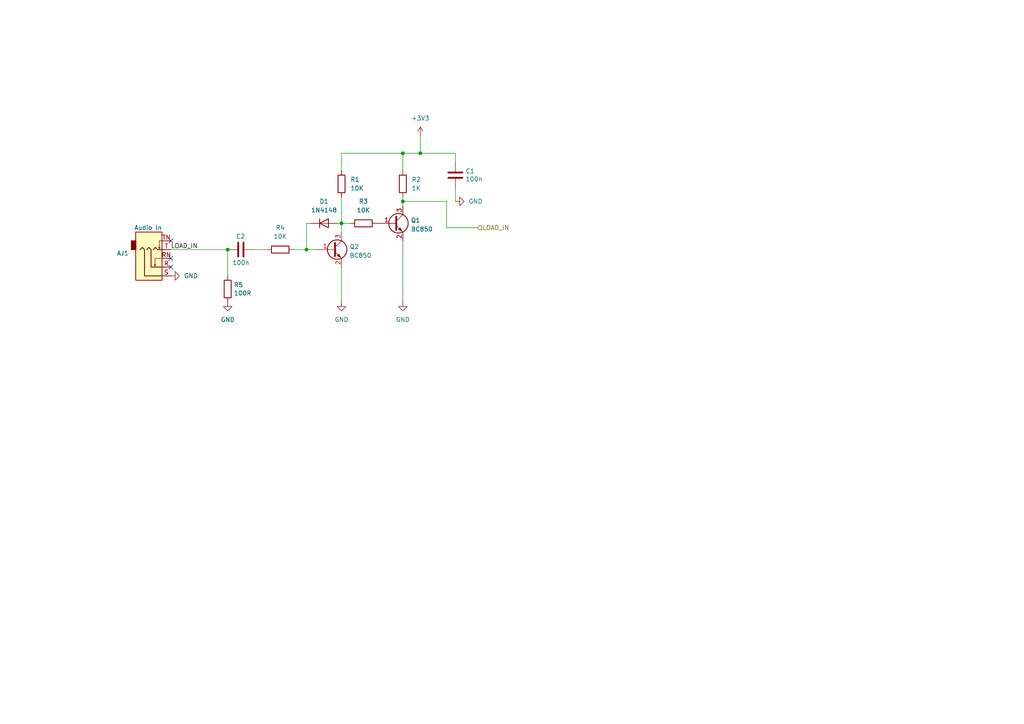
<source format=kicad_sch>
(kicad_sch (version 20231120) (generator "eeschema") (generator_version "8.0")
  (paper "A4")
  (title_block (title "Valera-2350A") (date "2025-01-30") (rev "1.0") (company "Mikhail Matveev") (comment 1 "https://github.com/xtremespb/frank"))
  (lib_symbols
    (symbol "Device:C" (pin_numbers hide) (pin_names (offset 0.254))
      (property "Reference" "C" (at 0.635 2.54 0))
      (property "Value" "C" (at 0.635 -2.54 0))
      (symbol "C_0_1"
        (polyline (pts (xy -2.032 -0.762) (xy 2.032 -0.762)) (stroke (width 0.508)))
        (polyline (pts (xy -2.032 0.762) (xy 2.032 0.762)) (stroke (width 0.508)))
      )
      (symbol "C_1_1"
        (pin passive line (at 0 3.81 270) (length 2.794) (name "~") (number "1"))
        (pin passive line (at 0 -3.81 90) (length 2.794) (name "~") (number "2"))
      )
    )
    (symbol "Device:D" (pin_numbers hide) (pin_names (offset 1.016) hide)
      (property "Reference" "D" (at 0 2.54 0))
      (property "Value" "D" (at 0 -2.54 0))
      (symbol "D_0_1"
        (polyline (pts (xy -1.27 1.27) (xy -1.27 -1.27)) (stroke (width 0.254)))
        (polyline (pts (xy 1.27 0) (xy -1.27 0)))
        (polyline (pts (xy 1.27 1.27) (xy 1.27 -1.27) (xy -1.27 0) (xy 1.27 1.27)) (stroke (width 0.254)))
      )
      (symbol "D_1_1"
        (pin passive line (at -3.81 0 0) (length 2.54) (name "K") (number "1"))
        (pin passive line (at 3.81 0 180) (length 2.54) (name "A") (number "2"))
      )
    )
    (symbol "Device:R" (pin_numbers hide) (pin_names (offset 0))
      (property "Reference" "R" (at 2.032 0 90))
      (property "Value" "R" (at 0 0 90))
      (symbol "R_0_1"
        (rectangle (start -1.016 -2.54) (end 1.016 2.54) (stroke (width 0.254)))
      )
      (symbol "R_1_1"
        (pin passive line (at 0 3.81 270) (length 1.27) (name "~") (number "1"))
        (pin passive line (at 0 -3.81 90) (length 1.27) (name "~") (number "2"))
      )
    )
    (symbol "FRANK:AudioJack_3.5mm"
      (property "Reference" "AJ2" (at -7.1119 -4.0097 0))
      (symbol "AudioJack_3.5mm_0_1"
        (rectangle (start -5.08 -5.08) (end -6.35 -7.62) (stroke (width 0.254)) (fill (type outline)))
        (polyline (pts (xy 0.508 -0.254) (xy 0.762 -0.762)))
        (polyline (pts (xy 1.778 -5.334) (xy 2.032 -5.842)))
        (polyline (pts (xy 0 -5.08) (xy 0.635 -5.715) (xy 1.27 -5.08) (xy 2.54 -5.08)) (stroke (width 0.254)))
        (polyline (pts (xy 2.54 -7.62) (xy 1.778 -7.62) (xy 1.778 -5.334) (xy 1.524 -5.842)))
        (polyline (pts (xy 2.54 -2.54) (xy 0.508 -2.54) (xy 0.508 -0.254) (xy 0.254 -0.762)))
        (polyline (pts (xy -1.905 -5.08) (xy -1.27 -5.715) (xy -0.635 -5.08) (xy -0.635 0) (xy 2.54 0)) (stroke (width 0.254)))
        (polyline (pts (xy 2.54 2.54) (xy -2.54 2.54) (xy -2.54 -5.08) (xy -3.175 -5.715) (xy -3.81 -5.08)) (stroke (width 0.254)))
        (rectangle (start 2.54 3.81) (end -5.08 -10.16) (stroke (width 0.254)) (fill (type background)))
      )
      (symbol "AudioJack_3.5mm_1_1"
        (pin passive line (at 5.08 0 180) (length 2.54) (name "~") (number "R"))
        (pin passive line (at 5.08 -2.54 180) (length 2.54) (name "~") (number "RN"))
        (pin passive line (at 5.08 2.54 180) (length 2.54) (name "~") (number "S"))
        (pin passive line (at 5.08 -5.08 180) (length 2.54) (name "~") (number "T"))
        (pin passive line (at 5.08 -7.62 180) (length 2.54) (name "~") (number "TN"))
      )
    )
    (symbol "GND_1" (power) (pin_numbers hide) (pin_names (offset 0) hide)
      (property "Value" "GND" (at 0 -3.81 0))
      (symbol "GND_1_0_1"
        (polyline (pts (xy 0 0) (xy 0 -1.27) (xy 1.27 -1.27) (xy 0 -2.54) (xy -1.27 -1.27) (xy 0 -1.27)))
      )
      (symbol "GND_1_1_1"
        (pin power_in line (at 0 0 270) (length 0) (name "~") (number "1"))
      )
    )
    (symbol "GND_2" (power) (pin_numbers hide) (pin_names (offset 0) hide)
      (property "Value" "GND" (at 0 -3.81 0))
      (symbol "GND_2_0_1"
        (polyline (pts (xy 0 0) (xy 0 -1.27) (xy 1.27 -1.27) (xy 0 -2.54) (xy -1.27 -1.27) (xy 0 -1.27)))
      )
      (symbol "GND_2_1_1"
        (pin power_in line (at 0 0 270) (length 0) (name "~") (number "1"))
      )
    )
    (symbol "GND_3" (power) (pin_numbers hide) (pin_names (offset 0) hide)
      (property "Value" "GND" (at 0 -3.81 0))
      (symbol "GND_3_0_1"
        (polyline (pts (xy 0 0) (xy 0 -1.27) (xy 1.27 -1.27) (xy 0 -2.54) (xy -1.27 -1.27) (xy 0 -1.27)))
      )
      (symbol "GND_3_1_1"
        (pin power_in line (at 0 0 270) (length 0) (name "~") (number "1"))
      )
    )
    (symbol "GND_4" (power) (pin_numbers hide) (pin_names (offset 0) hide)
      (property "Value" "GND" (at 0 -3.81 0))
      (symbol "GND_4_0_1"
        (polyline (pts (xy 0 0) (xy 0 -1.27) (xy 1.27 -1.27) (xy 0 -2.54) (xy -1.27 -1.27) (xy 0 -1.27)))
      )
      (symbol "GND_4_1_1"
        (pin power_in line (at 0 0 270) (length 0) (name "~") (number "1"))
      )
    )
    (symbol "Transistor_BJT:BC850" (pin_names (offset 0) hide)
      (property "Reference" "Q" (at 5.08 1.905 0))
      (property "Value" "BC850" (at 5.08 0 0))
      (symbol "BC850_0_1"
        (polyline (pts (xy 0.635 0.635) (xy 2.54 2.54)))
        (polyline (pts (xy 0.635 -0.635) (xy 2.54 -2.54) (xy 2.54 -2.54)))
        (polyline (pts (xy 0.635 1.905) (xy 0.635 -1.905) (xy 0.635 -1.905)) (stroke (width 0.508)))
        (polyline (pts (xy 1.27 -1.778) (xy 1.778 -1.27) (xy 2.286 -2.286) (xy 1.27 -1.778) (xy 1.27 -1.778)) (fill (type outline)))
        (circle (center 1.27 0) (radius 2.8194) (stroke (width 0.254)))
      )
      (symbol "BC850_1_1"
        (pin input line (at -5.08 0 0) (length 5.715) (name "B") (number "1"))
        (pin passive line (at 2.54 -5.08 90) (length 2.54) (name "E") (number "2"))
        (pin passive line (at 2.54 5.08 270) (length 2.54) (name "C") (number "3"))
      )
    )
    (symbol "power:+3V3" (power) (pin_numbers hide) (pin_names (offset 0) hide)
      (property "Value" "+3V3" (at 0 3.556 0))
      (symbol "+3V3_0_1"
        (polyline (pts (xy -0.762 1.27) (xy 0 2.54)))
        (polyline (pts (xy 0 0) (xy 0 2.54)))
        (polyline (pts (xy 0 2.54) (xy 0.762 1.27)))
      )
      (symbol "+3V3_1_1"
        (pin power_in line (at 0 0 90) (length 0) (name "~") (number "1"))
      )
    )
    (symbol "power:GND" (power) (pin_numbers hide) (pin_names (offset 0) hide)
      (property "Value" "GND" (at 0 -3.81 0))
      (symbol "GND_0_1"
        (polyline (pts (xy 0 0) (xy 0 -1.27) (xy 1.27 -1.27) (xy 0 -2.54) (xy -1.27 -1.27) (xy 0 -1.27)))
      )
      (symbol "GND_1_1"
        (pin power_in line (at 0 0 270) (length 0) (name "~") (number "1"))
      )
    )
  )
  (junction (at 116.84 58.42))
  (junction (at 88.9 72.39))
  (junction (at 66.04 72.39))
  (junction (at 99.06 64.77))
  (junction (at 121.92 44.45))
  (junction (at 116.84 44.45))
  (no_connect (at 49.53 69.85))
  (no_connect (at 49.53 74.93))
  (no_connect (at 49.53 77.47))
  (wire (pts (xy 116.84 58.42) (xy 129.54 58.42)))
  (wire (pts (xy 99.06 64.77) (xy 99.06 67.31)))
  (wire (pts (xy 85.09 72.39) (xy 88.9 72.39)))
  (wire (pts (xy 121.92 44.45) (xy 132.08 44.45)))
  (wire (pts (xy 129.54 58.42) (xy 129.54 66.04)))
  (wire (pts (xy 97.79 64.77) (xy 99.06 64.77)))
  (wire (pts (xy 88.9 72.39) (xy 91.44 72.39)))
  (wire (pts (xy 116.84 58.42) (xy 116.84 59.69)))
  (wire (pts (xy 90.17 64.77) (xy 88.9 64.77)))
  (wire (pts (xy 129.54 66.04) (xy 138.43 66.04)))
  (wire (pts (xy 88.9 64.77) (xy 88.9 72.39)))
  (wire (pts (xy 73.66 72.39) (xy 77.47 72.39)))
  (wire (pts (xy 116.84 44.45) (xy 121.92 44.45)))
  (wire (pts (xy 99.06 77.47) (xy 99.06 87.63)))
  (wire (pts (xy 116.84 44.45) (xy 116.84 49.53)))
  (wire (pts (xy 99.06 44.45) (xy 99.06 49.53)))
  (wire (pts (xy 121.92 39.37) (xy 121.92 44.45)))
  (wire (pts (xy 116.84 69.85) (xy 116.84 87.63)))
  (wire (pts (xy 132.08 54.61) (xy 132.08 58.42)))
  (wire (pts (xy 99.06 44.45) (xy 116.84 44.45)))
  (wire (pts (xy 132.08 44.45) (xy 132.08 46.99)))
  (wire (pts (xy 49.53 72.39) (xy 66.04 72.39)))
  (wire (pts (xy 99.06 57.15) (xy 99.06 64.77)))
  (wire (pts (xy 116.84 57.15) (xy 116.84 58.42)))
  (wire (pts (xy 66.04 72.39) (xy 66.04 80.01)))
  (wire (pts (xy 99.06 64.77) (xy 101.6 64.77)))
  (label "LOAD_IN" (at 49.53 72.39 0))
  (hierarchical_label "LOAD_IN" (shape input) (at 138.43 66.04 0))
  (symbol (lib_id "Device:D") (at 93.98 64.77 0) (unit 1)
    (property "Reference" "D1" (at 93.98 58.42 0))
    (property "Value" "1N4148" (at 93.98 60.96 0))
    (property "Footprint" "FRANK:Diode (SOD-323)" (effects (hide yes)))
    (property "Datasheet" "https://www.vishay.com/docs/40002/293d.pdf" (effects (hide yes)))
    (property "Description" "Diode" (effects (hide yes)))
    (property "Sim.Device" "D" (effects (hide yes)))
    (property "Sim.Pins" "1=K 2=A" (effects (hide yes)))
    (property "AliExpress" "https://www.aliexpress.com/item/1005005707644429.html" (effects (hide yes)))
    (instances (project "" (path "" (reference "D1") (unit 1))) (project "" (path "" (reference "D9") (unit 1))))
  )
  (symbol (lib_name "GND_2") (lib_id "power:GND") (at 99.06 87.63 0) (unit 1)
    (property "Reference" "#PWR07" (effects (hide yes)))
    (property "Value" "GND" (at 99.06 92.71 0))
    (property "Description" "Power symbol creates a global label with name \"GND\" , ground" (effects (hide yes)))
    (instances (project "" (path "" (reference "#PWR07") (unit 1))) (project "" (path "" (reference "#PWR053") (unit 1))))
  )
  (symbol (lib_id "Device:R") (at 105.41 64.77 90) (unit 1)
    (property "Reference" "R3" (at 105.41 58.42 90))
    (property "Value" "10K" (at 105.41 60.96 90))
    (property "Footprint" "FRANK:Resistor (0805)" (effects (hide yes)))
    (property "Datasheet" "https://www.vishay.com/docs/28952/mcs0402at-mct0603at-mcu0805at-mca1206at.pdf" (effects (hide yes)))
    (property "AliExpress" "https://www.aliexpress.com/item/1005005945735199.html" (effects (hide yes)))
    (instances (project "38NJU24" (path "" (reference "R3") (unit 1))) (project "38NJU24" (path "" (reference "R37") (unit 1))))
  )
  (symbol (lib_id "power:GND") (at 66.04 87.63 0) (unit 1)
    (property "Reference" "#PWR06" (effects (hide yes)))
    (property "Value" "GND" (at 66.04 92.71 0))
    (property "Description" "Power symbol creates a global label with name \"GND\" , ground" (effects (hide yes)))
    (instances (project "" (path "" (reference "#PWR06") (unit 1))) (project "" (path "" (reference "#PWR052") (unit 1))))
  )
  (symbol (lib_id "Device:R") (at 116.84 53.34 0) (unit 1)
    (property "Reference" "R2" (at 119.38 52.0699 0) (effects (justify left)))
    (property "Value" "1K" (at 119.38 54.6099 0) (effects (justify left)))
    (property "Footprint" "FRANK:Resistor (0805)" (effects (hide yes)))
    (property "Datasheet" "https://www.vishay.com/docs/28952/mcs0402at-mct0603at-mcu0805at-mca1206at.pdf" (effects (hide yes)))
    (property "AliExpress" "https://www.aliexpress.com/item/1005005945735199.html" (effects (hide yes)))
    (instances (project "38NJU24" (path "" (reference "R2") (unit 1))) (project "38NJU24" (path "" (reference "R36") (unit 1))))
  )
  (symbol (lib_id "FRANK:AudioJack_3.5mm") (at 44.45 77.47 0) (mirror x) (unit 1)
    (property "Reference" "AJ1" (at 37.3381 73.4603 0) (effects (justify right)))
    (property "Value" "Audio In" (at 46.99 66.04 0) (effects (justify right)))
    (property "Footprint" "FRANK:Jack (3.5mm)" (effects (hide yes)))
    (property "Datasheet" "https://eu.mouser.com/datasheet/2/1628/sj1_353xng-3511142.pdf" (effects (hide yes)))
    (property "Description" "Audio Jack, 3 Poles (Stereo / TRS), Switched TR Poles (Normalling)" (effects (hide yes)))
    (property "AliExpress" "https://www.aliexpress.com/item/1005006710837751.html" (effects (hide yes)))
    (instances (project "38NJU24" (path "" (reference "AJ1") (unit 1))) (project "38NJU24" (path "" (reference "AJ2") (unit 1))))
  )
  (symbol (lib_id "Device:C") (at 69.85 72.39 90) (unit 1)
    (property "Reference" "C2" (at 71.12 68.58 90) (effects (justify left)))
    (property "Value" "100n" (at 72.39 76.2 90) (effects (justify left)))
    (property "Footprint" "FRANK:Capacitor (0805)" (effects (hide yes)))
    (property "Datasheet" "https://eu.mouser.com/datasheet/2/447/KEM_C1075_X7R_HT_SMD-3316221.pdf" (effects (hide yes)))
    (property "AliExpress" "https://www.aliexpress.com/item/33008008276.html" (effects (hide yes)))
    (instances (project "38NJU24" (path "" (reference "C2") (unit 1))) (project "38NJU24" (path "" (reference "C31") (unit 1))))
  )
  (symbol (lib_name "GND_1") (lib_id "power:GND") (at 49.53 80.01 90) (unit 1)
    (property "Reference" "#PWR05" (effects (hide yes)))
    (property "Value" "GND" (at 53.34 80.0099 90) (effects (justify right)))
    (property "Description" "Power symbol creates a global label with name \"GND\" , ground" (effects (hide yes)))
    (instances (project "" (path "" (reference "#PWR05") (unit 1))) (project "" (path "" (reference "#PWR051") (unit 1))))
  )
  (symbol (lib_id "Device:R") (at 81.28 72.39 90) (unit 1)
    (property "Reference" "R4" (at 81.28 66.04 90))
    (property "Value" "10K" (at 81.28 68.58 90))
    (property "Footprint" "FRANK:Resistor (0805)" (effects (hide yes)))
    (property "Datasheet" "https://www.vishay.com/docs/28952/mcs0402at-mct0603at-mcu0805at-mca1206at.pdf" (effects (hide yes)))
    (property "AliExpress" "https://www.aliexpress.com/item/1005005945735199.html" (effects (hide yes)))
    (instances (project "38NJU24" (path "" (reference "R4") (unit 1))) (project "38NJU24" (path "" (reference "R38") (unit 1))))
  )
  (symbol (lib_name "GND_4") (lib_id "power:GND") (at 132.08 58.42 90) (unit 1)
    (property "Reference" "#PWR04" (effects (hide yes)))
    (property "Value" "GND" (at 135.89 58.4199 90) (effects (justify right)))
    (property "Description" "Power symbol creates a global label with name \"GND\" , ground" (effects (hide yes)))
    (instances (project "" (path "" (reference "#PWR04") (unit 1))) (project "" (path "" (reference "#PWR050") (unit 1))))
  )
  (symbol (lib_name "GND_3") (lib_id "power:GND") (at 116.84 87.63 0) (unit 1)
    (property "Reference" "#PWR08" (effects (hide yes)))
    (property "Value" "GND" (at 116.84 92.71 0))
    (property "Description" "Power symbol creates a global label with name \"GND\" , ground" (effects (hide yes)))
    (instances (project "" (path "" (reference "#PWR08") (unit 1))) (project "" (path "" (reference "#PWR054") (unit 1))))
  )
  (symbol (lib_id "power:+3V3") (at 121.92 39.37 0) (unit 1)
    (property "Reference" "#PWR03" (effects (hide yes)))
    (property "Value" "+3V3" (at 121.92 34.29 0))
    (property "Description" "Power symbol creates a global label with name \"+3V3\"" (effects (hide yes)))
    (instances (project "" (path "" (reference "#PWR03") (unit 1))) (project "" (path "" (reference "#PWR049") (unit 1))))
  )
  (symbol (lib_id "Device:C") (at 132.08 50.8 0) (unit 1)
    (property "Reference" "C1" (at 135.001 49.6316 0) (effects (justify left)))
    (property "Value" "100n" (at 135.001 51.943 0) (effects (justify left)))
    (property "Footprint" "FRANK:Capacitor (0805)" (effects (hide yes)))
    (property "Datasheet" "https://eu.mouser.com/datasheet/2/447/KEM_C1075_X7R_HT_SMD-3316221.pdf" (effects (hide yes)))
    (property "AliExpress" "https://www.aliexpress.com/item/33008008276.html" (effects (hide yes)))
    (instances (project "38NJU24" (path "" (reference "C1") (unit 1))) (project "38NJU24" (path "" (reference "C30") (unit 1))))
  )
  (symbol (lib_id "Device:R") (at 66.04 83.82 0) (unit 1)
    (property "Reference" "R5" (at 67.818 82.6078 0) (effects (justify left)))
    (property "Value" "100R" (at 67.818 85.0321 0) (effects (justify left)))
    (property "Footprint" "FRANK:Resistor (0805)" (effects (hide yes)))
    (property "Datasheet" "https://www.vishay.com/docs/28952/mcs0402at-mct0603at-mcu0805at-mca1206at.pdf" (effects (hide yes)))
    (property "AliExpress" "https://www.aliexpress.com/item/1005005945735199.html" (effects (hide yes)))
    (instances (project "38NJU24" (path "" (reference "R5") (unit 1))) (project "38NJU24" (path "" (reference "R39") (unit 1))))
  )
  (symbol (lib_id "Transistor_BJT:BC850") (at 96.52 72.39 0) (unit 1)
    (property "Reference" "Q2" (at 101.3714 71.5553 0) (effects (justify left)))
    (property "Value" "BC850" (at 101.3714 74.0922 0) (effects (justify left)))
    (property "Footprint" "FRANK:SOT-23" (effects (hide yes)))
    (property "Datasheet" "http://www.infineon.com/dgdl/Infineon-BC847SERIES_BC848SERIES_BC849SERIES_BC850SERIES-DS-v01_01-en.pdf?fileId=db3a304314dca389011541d4630a1657" (effects (hide yes)))
    (property "AliExpress" "https://www.aliexpress.com/item/33017911878.html" (effects (hide yes)))
    (instances (project "38NJU24" (path "" (reference "Q2") (unit 1))) (project "38NJU24" (path "" (reference "Q4") (unit 1))))
  )
  (symbol (lib_id "Device:R") (at 99.06 53.34 0) (unit 1)
    (property "Reference" "R1" (at 101.6 52.0699 0) (effects (justify left)))
    (property "Value" "10K" (at 101.6 54.6099 0) (effects (justify left)))
    (property "Footprint" "FRANK:Resistor (0805)" (effects (hide yes)))
    (property "Datasheet" "https://www.vishay.com/docs/28952/mcs0402at-mct0603at-mcu0805at-mca1206at.pdf" (effects (hide yes)))
    (property "AliExpress" "https://www.aliexpress.com/item/1005005945735199.html" (effects (hide yes)))
    (instances (project "38NJU24" (path "" (reference "R1") (unit 1))) (project "38NJU24" (path "" (reference "R35") (unit 1))))
  )
  (symbol (lib_id "Transistor_BJT:BC850") (at 114.3 64.77 0) (unit 1)
    (property "Reference" "Q1" (at 119.1514 63.9353 0) (effects (justify left)))
    (property "Value" "BC850" (at 119.1514 66.4722 0) (effects (justify left)))
    (property "Footprint" "FRANK:SOT-23" (effects (hide yes)))
    (property "Datasheet" "http://www.infineon.com/dgdl/Infineon-BC847SERIES_BC848SERIES_BC849SERIES_BC850SERIES-DS-v01_01-en.pdf?fileId=db3a304314dca389011541d4630a1657" (effects (hide yes)))
    (property "AliExpress" "https://www.aliexpress.com/item/33017911878.html" (effects (hide yes)))
    (instances (project "38NJU24" (path "" (reference "Q1") (unit 1))) (project "38NJU24" (path "" (reference "Q3") (unit 1))))
  )
)
</source>
